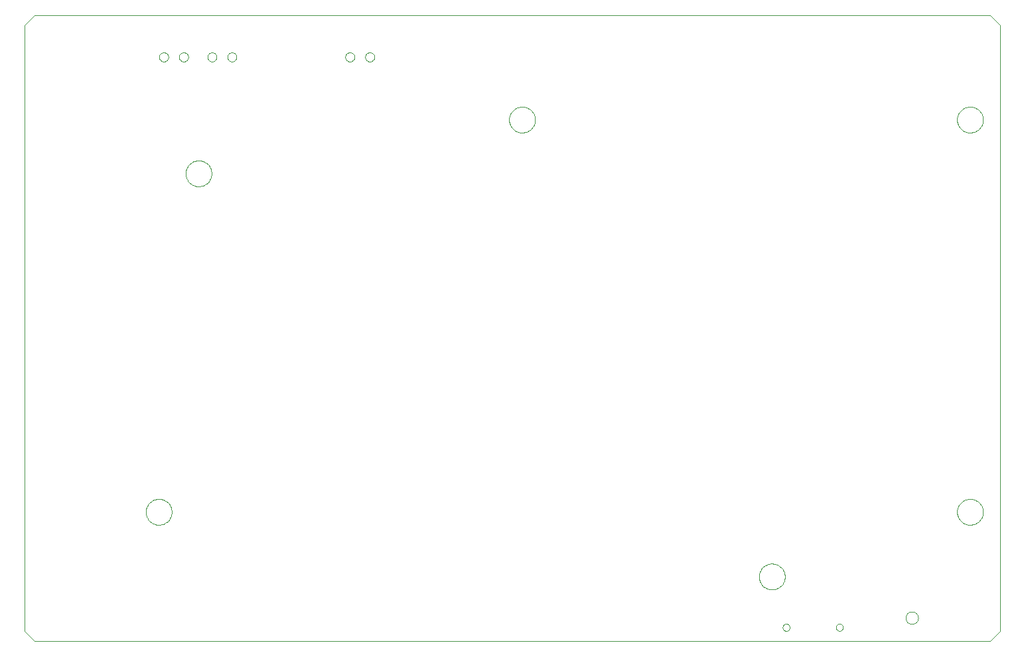
<source format=gko>
G75*
%MOIN*%
%OFA0B0*%
%FSLAX24Y24*%
%IPPOS*%
%LPD*%
%AMOC8*
5,1,8,0,0,1.08239X$1,22.5*
%
%ADD10C,0.0000*%
D10*
X007193Y006495D02*
X007693Y005995D01*
X055693Y005995D01*
X056193Y006495D01*
X056193Y036945D01*
X055693Y037445D01*
X007693Y037445D01*
X007193Y036945D01*
X007193Y006495D01*
X013293Y012495D02*
X013295Y012545D01*
X013301Y012595D01*
X013311Y012645D01*
X013324Y012693D01*
X013341Y012741D01*
X013362Y012787D01*
X013386Y012831D01*
X013414Y012873D01*
X013445Y012913D01*
X013479Y012950D01*
X013516Y012985D01*
X013555Y013016D01*
X013596Y013045D01*
X013640Y013070D01*
X013686Y013092D01*
X013733Y013110D01*
X013781Y013124D01*
X013830Y013135D01*
X013880Y013142D01*
X013930Y013145D01*
X013981Y013144D01*
X014031Y013139D01*
X014081Y013130D01*
X014129Y013118D01*
X014177Y013101D01*
X014223Y013081D01*
X014268Y013058D01*
X014311Y013031D01*
X014351Y013001D01*
X014389Y012968D01*
X014424Y012932D01*
X014457Y012893D01*
X014486Y012852D01*
X014512Y012809D01*
X014535Y012764D01*
X014554Y012717D01*
X014569Y012669D01*
X014581Y012620D01*
X014589Y012570D01*
X014593Y012520D01*
X014593Y012470D01*
X014589Y012420D01*
X014581Y012370D01*
X014569Y012321D01*
X014554Y012273D01*
X014535Y012226D01*
X014512Y012181D01*
X014486Y012138D01*
X014457Y012097D01*
X014424Y012058D01*
X014389Y012022D01*
X014351Y011989D01*
X014311Y011959D01*
X014268Y011932D01*
X014223Y011909D01*
X014177Y011889D01*
X014129Y011872D01*
X014081Y011860D01*
X014031Y011851D01*
X013981Y011846D01*
X013930Y011845D01*
X013880Y011848D01*
X013830Y011855D01*
X013781Y011866D01*
X013733Y011880D01*
X013686Y011898D01*
X013640Y011920D01*
X013596Y011945D01*
X013555Y011974D01*
X013516Y012005D01*
X013479Y012040D01*
X013445Y012077D01*
X013414Y012117D01*
X013386Y012159D01*
X013362Y012203D01*
X013341Y012249D01*
X013324Y012297D01*
X013311Y012345D01*
X013301Y012395D01*
X013295Y012445D01*
X013293Y012495D01*
X015293Y029495D02*
X015295Y029545D01*
X015301Y029595D01*
X015311Y029645D01*
X015324Y029693D01*
X015341Y029741D01*
X015362Y029787D01*
X015386Y029831D01*
X015414Y029873D01*
X015445Y029913D01*
X015479Y029950D01*
X015516Y029985D01*
X015555Y030016D01*
X015596Y030045D01*
X015640Y030070D01*
X015686Y030092D01*
X015733Y030110D01*
X015781Y030124D01*
X015830Y030135D01*
X015880Y030142D01*
X015930Y030145D01*
X015981Y030144D01*
X016031Y030139D01*
X016081Y030130D01*
X016129Y030118D01*
X016177Y030101D01*
X016223Y030081D01*
X016268Y030058D01*
X016311Y030031D01*
X016351Y030001D01*
X016389Y029968D01*
X016424Y029932D01*
X016457Y029893D01*
X016486Y029852D01*
X016512Y029809D01*
X016535Y029764D01*
X016554Y029717D01*
X016569Y029669D01*
X016581Y029620D01*
X016589Y029570D01*
X016593Y029520D01*
X016593Y029470D01*
X016589Y029420D01*
X016581Y029370D01*
X016569Y029321D01*
X016554Y029273D01*
X016535Y029226D01*
X016512Y029181D01*
X016486Y029138D01*
X016457Y029097D01*
X016424Y029058D01*
X016389Y029022D01*
X016351Y028989D01*
X016311Y028959D01*
X016268Y028932D01*
X016223Y028909D01*
X016177Y028889D01*
X016129Y028872D01*
X016081Y028860D01*
X016031Y028851D01*
X015981Y028846D01*
X015930Y028845D01*
X015880Y028848D01*
X015830Y028855D01*
X015781Y028866D01*
X015733Y028880D01*
X015686Y028898D01*
X015640Y028920D01*
X015596Y028945D01*
X015555Y028974D01*
X015516Y029005D01*
X015479Y029040D01*
X015445Y029077D01*
X015414Y029117D01*
X015386Y029159D01*
X015362Y029203D01*
X015341Y029249D01*
X015324Y029297D01*
X015311Y029345D01*
X015301Y029395D01*
X015295Y029445D01*
X015293Y029495D01*
X014963Y035345D02*
X014965Y035375D01*
X014971Y035405D01*
X014981Y035433D01*
X014994Y035460D01*
X015011Y035485D01*
X015030Y035508D01*
X015053Y035527D01*
X015078Y035544D01*
X015105Y035557D01*
X015133Y035567D01*
X015163Y035573D01*
X015193Y035575D01*
X015223Y035573D01*
X015253Y035567D01*
X015281Y035557D01*
X015308Y035544D01*
X015333Y035527D01*
X015356Y035508D01*
X015375Y035485D01*
X015392Y035460D01*
X015405Y035433D01*
X015415Y035405D01*
X015421Y035375D01*
X015423Y035345D01*
X015421Y035315D01*
X015415Y035285D01*
X015405Y035257D01*
X015392Y035230D01*
X015375Y035205D01*
X015356Y035182D01*
X015333Y035163D01*
X015308Y035146D01*
X015281Y035133D01*
X015253Y035123D01*
X015223Y035117D01*
X015193Y035115D01*
X015163Y035117D01*
X015133Y035123D01*
X015105Y035133D01*
X015078Y035146D01*
X015053Y035163D01*
X015030Y035182D01*
X015011Y035205D01*
X014994Y035230D01*
X014981Y035257D01*
X014971Y035285D01*
X014965Y035315D01*
X014963Y035345D01*
X013963Y035345D02*
X013965Y035375D01*
X013971Y035405D01*
X013981Y035433D01*
X013994Y035460D01*
X014011Y035485D01*
X014030Y035508D01*
X014053Y035527D01*
X014078Y035544D01*
X014105Y035557D01*
X014133Y035567D01*
X014163Y035573D01*
X014193Y035575D01*
X014223Y035573D01*
X014253Y035567D01*
X014281Y035557D01*
X014308Y035544D01*
X014333Y035527D01*
X014356Y035508D01*
X014375Y035485D01*
X014392Y035460D01*
X014405Y035433D01*
X014415Y035405D01*
X014421Y035375D01*
X014423Y035345D01*
X014421Y035315D01*
X014415Y035285D01*
X014405Y035257D01*
X014392Y035230D01*
X014375Y035205D01*
X014356Y035182D01*
X014333Y035163D01*
X014308Y035146D01*
X014281Y035133D01*
X014253Y035123D01*
X014223Y035117D01*
X014193Y035115D01*
X014163Y035117D01*
X014133Y035123D01*
X014105Y035133D01*
X014078Y035146D01*
X014053Y035163D01*
X014030Y035182D01*
X014011Y035205D01*
X013994Y035230D01*
X013981Y035257D01*
X013971Y035285D01*
X013965Y035315D01*
X013963Y035345D01*
X016388Y035345D02*
X016390Y035375D01*
X016396Y035405D01*
X016406Y035433D01*
X016419Y035460D01*
X016436Y035485D01*
X016455Y035508D01*
X016478Y035527D01*
X016503Y035544D01*
X016530Y035557D01*
X016558Y035567D01*
X016588Y035573D01*
X016618Y035575D01*
X016648Y035573D01*
X016678Y035567D01*
X016706Y035557D01*
X016733Y035544D01*
X016758Y035527D01*
X016781Y035508D01*
X016800Y035485D01*
X016817Y035460D01*
X016830Y035433D01*
X016840Y035405D01*
X016846Y035375D01*
X016848Y035345D01*
X016846Y035315D01*
X016840Y035285D01*
X016830Y035257D01*
X016817Y035230D01*
X016800Y035205D01*
X016781Y035182D01*
X016758Y035163D01*
X016733Y035146D01*
X016706Y035133D01*
X016678Y035123D01*
X016648Y035117D01*
X016618Y035115D01*
X016588Y035117D01*
X016558Y035123D01*
X016530Y035133D01*
X016503Y035146D01*
X016478Y035163D01*
X016455Y035182D01*
X016436Y035205D01*
X016419Y035230D01*
X016406Y035257D01*
X016396Y035285D01*
X016390Y035315D01*
X016388Y035345D01*
X017388Y035345D02*
X017390Y035375D01*
X017396Y035405D01*
X017406Y035433D01*
X017419Y035460D01*
X017436Y035485D01*
X017455Y035508D01*
X017478Y035527D01*
X017503Y035544D01*
X017530Y035557D01*
X017558Y035567D01*
X017588Y035573D01*
X017618Y035575D01*
X017648Y035573D01*
X017678Y035567D01*
X017706Y035557D01*
X017733Y035544D01*
X017758Y035527D01*
X017781Y035508D01*
X017800Y035485D01*
X017817Y035460D01*
X017830Y035433D01*
X017840Y035405D01*
X017846Y035375D01*
X017848Y035345D01*
X017846Y035315D01*
X017840Y035285D01*
X017830Y035257D01*
X017817Y035230D01*
X017800Y035205D01*
X017781Y035182D01*
X017758Y035163D01*
X017733Y035146D01*
X017706Y035133D01*
X017678Y035123D01*
X017648Y035117D01*
X017618Y035115D01*
X017588Y035117D01*
X017558Y035123D01*
X017530Y035133D01*
X017503Y035146D01*
X017478Y035163D01*
X017455Y035182D01*
X017436Y035205D01*
X017419Y035230D01*
X017406Y035257D01*
X017396Y035285D01*
X017390Y035315D01*
X017388Y035345D01*
X023313Y035345D02*
X023315Y035375D01*
X023321Y035405D01*
X023331Y035433D01*
X023344Y035460D01*
X023361Y035485D01*
X023380Y035508D01*
X023403Y035527D01*
X023428Y035544D01*
X023455Y035557D01*
X023483Y035567D01*
X023513Y035573D01*
X023543Y035575D01*
X023573Y035573D01*
X023603Y035567D01*
X023631Y035557D01*
X023658Y035544D01*
X023683Y035527D01*
X023706Y035508D01*
X023725Y035485D01*
X023742Y035460D01*
X023755Y035433D01*
X023765Y035405D01*
X023771Y035375D01*
X023773Y035345D01*
X023771Y035315D01*
X023765Y035285D01*
X023755Y035257D01*
X023742Y035230D01*
X023725Y035205D01*
X023706Y035182D01*
X023683Y035163D01*
X023658Y035146D01*
X023631Y035133D01*
X023603Y035123D01*
X023573Y035117D01*
X023543Y035115D01*
X023513Y035117D01*
X023483Y035123D01*
X023455Y035133D01*
X023428Y035146D01*
X023403Y035163D01*
X023380Y035182D01*
X023361Y035205D01*
X023344Y035230D01*
X023331Y035257D01*
X023321Y035285D01*
X023315Y035315D01*
X023313Y035345D01*
X024313Y035345D02*
X024315Y035375D01*
X024321Y035405D01*
X024331Y035433D01*
X024344Y035460D01*
X024361Y035485D01*
X024380Y035508D01*
X024403Y035527D01*
X024428Y035544D01*
X024455Y035557D01*
X024483Y035567D01*
X024513Y035573D01*
X024543Y035575D01*
X024573Y035573D01*
X024603Y035567D01*
X024631Y035557D01*
X024658Y035544D01*
X024683Y035527D01*
X024706Y035508D01*
X024725Y035485D01*
X024742Y035460D01*
X024755Y035433D01*
X024765Y035405D01*
X024771Y035375D01*
X024773Y035345D01*
X024771Y035315D01*
X024765Y035285D01*
X024755Y035257D01*
X024742Y035230D01*
X024725Y035205D01*
X024706Y035182D01*
X024683Y035163D01*
X024658Y035146D01*
X024631Y035133D01*
X024603Y035123D01*
X024573Y035117D01*
X024543Y035115D01*
X024513Y035117D01*
X024483Y035123D01*
X024455Y035133D01*
X024428Y035146D01*
X024403Y035163D01*
X024380Y035182D01*
X024361Y035205D01*
X024344Y035230D01*
X024331Y035257D01*
X024321Y035285D01*
X024315Y035315D01*
X024313Y035345D01*
X031543Y032195D02*
X031545Y032245D01*
X031551Y032295D01*
X031561Y032345D01*
X031574Y032393D01*
X031591Y032441D01*
X031612Y032487D01*
X031636Y032531D01*
X031664Y032573D01*
X031695Y032613D01*
X031729Y032650D01*
X031766Y032685D01*
X031805Y032716D01*
X031846Y032745D01*
X031890Y032770D01*
X031936Y032792D01*
X031983Y032810D01*
X032031Y032824D01*
X032080Y032835D01*
X032130Y032842D01*
X032180Y032845D01*
X032231Y032844D01*
X032281Y032839D01*
X032331Y032830D01*
X032379Y032818D01*
X032427Y032801D01*
X032473Y032781D01*
X032518Y032758D01*
X032561Y032731D01*
X032601Y032701D01*
X032639Y032668D01*
X032674Y032632D01*
X032707Y032593D01*
X032736Y032552D01*
X032762Y032509D01*
X032785Y032464D01*
X032804Y032417D01*
X032819Y032369D01*
X032831Y032320D01*
X032839Y032270D01*
X032843Y032220D01*
X032843Y032170D01*
X032839Y032120D01*
X032831Y032070D01*
X032819Y032021D01*
X032804Y031973D01*
X032785Y031926D01*
X032762Y031881D01*
X032736Y031838D01*
X032707Y031797D01*
X032674Y031758D01*
X032639Y031722D01*
X032601Y031689D01*
X032561Y031659D01*
X032518Y031632D01*
X032473Y031609D01*
X032427Y031589D01*
X032379Y031572D01*
X032331Y031560D01*
X032281Y031551D01*
X032231Y031546D01*
X032180Y031545D01*
X032130Y031548D01*
X032080Y031555D01*
X032031Y031566D01*
X031983Y031580D01*
X031936Y031598D01*
X031890Y031620D01*
X031846Y031645D01*
X031805Y031674D01*
X031766Y031705D01*
X031729Y031740D01*
X031695Y031777D01*
X031664Y031817D01*
X031636Y031859D01*
X031612Y031903D01*
X031591Y031949D01*
X031574Y031997D01*
X031561Y032045D01*
X031551Y032095D01*
X031545Y032145D01*
X031543Y032195D01*
X054043Y032195D02*
X054045Y032245D01*
X054051Y032295D01*
X054061Y032345D01*
X054074Y032393D01*
X054091Y032441D01*
X054112Y032487D01*
X054136Y032531D01*
X054164Y032573D01*
X054195Y032613D01*
X054229Y032650D01*
X054266Y032685D01*
X054305Y032716D01*
X054346Y032745D01*
X054390Y032770D01*
X054436Y032792D01*
X054483Y032810D01*
X054531Y032824D01*
X054580Y032835D01*
X054630Y032842D01*
X054680Y032845D01*
X054731Y032844D01*
X054781Y032839D01*
X054831Y032830D01*
X054879Y032818D01*
X054927Y032801D01*
X054973Y032781D01*
X055018Y032758D01*
X055061Y032731D01*
X055101Y032701D01*
X055139Y032668D01*
X055174Y032632D01*
X055207Y032593D01*
X055236Y032552D01*
X055262Y032509D01*
X055285Y032464D01*
X055304Y032417D01*
X055319Y032369D01*
X055331Y032320D01*
X055339Y032270D01*
X055343Y032220D01*
X055343Y032170D01*
X055339Y032120D01*
X055331Y032070D01*
X055319Y032021D01*
X055304Y031973D01*
X055285Y031926D01*
X055262Y031881D01*
X055236Y031838D01*
X055207Y031797D01*
X055174Y031758D01*
X055139Y031722D01*
X055101Y031689D01*
X055061Y031659D01*
X055018Y031632D01*
X054973Y031609D01*
X054927Y031589D01*
X054879Y031572D01*
X054831Y031560D01*
X054781Y031551D01*
X054731Y031546D01*
X054680Y031545D01*
X054630Y031548D01*
X054580Y031555D01*
X054531Y031566D01*
X054483Y031580D01*
X054436Y031598D01*
X054390Y031620D01*
X054346Y031645D01*
X054305Y031674D01*
X054266Y031705D01*
X054229Y031740D01*
X054195Y031777D01*
X054164Y031817D01*
X054136Y031859D01*
X054112Y031903D01*
X054091Y031949D01*
X054074Y031997D01*
X054061Y032045D01*
X054051Y032095D01*
X054045Y032145D01*
X054043Y032195D01*
X054043Y012495D02*
X054045Y012545D01*
X054051Y012595D01*
X054061Y012645D01*
X054074Y012693D01*
X054091Y012741D01*
X054112Y012787D01*
X054136Y012831D01*
X054164Y012873D01*
X054195Y012913D01*
X054229Y012950D01*
X054266Y012985D01*
X054305Y013016D01*
X054346Y013045D01*
X054390Y013070D01*
X054436Y013092D01*
X054483Y013110D01*
X054531Y013124D01*
X054580Y013135D01*
X054630Y013142D01*
X054680Y013145D01*
X054731Y013144D01*
X054781Y013139D01*
X054831Y013130D01*
X054879Y013118D01*
X054927Y013101D01*
X054973Y013081D01*
X055018Y013058D01*
X055061Y013031D01*
X055101Y013001D01*
X055139Y012968D01*
X055174Y012932D01*
X055207Y012893D01*
X055236Y012852D01*
X055262Y012809D01*
X055285Y012764D01*
X055304Y012717D01*
X055319Y012669D01*
X055331Y012620D01*
X055339Y012570D01*
X055343Y012520D01*
X055343Y012470D01*
X055339Y012420D01*
X055331Y012370D01*
X055319Y012321D01*
X055304Y012273D01*
X055285Y012226D01*
X055262Y012181D01*
X055236Y012138D01*
X055207Y012097D01*
X055174Y012058D01*
X055139Y012022D01*
X055101Y011989D01*
X055061Y011959D01*
X055018Y011932D01*
X054973Y011909D01*
X054927Y011889D01*
X054879Y011872D01*
X054831Y011860D01*
X054781Y011851D01*
X054731Y011846D01*
X054680Y011845D01*
X054630Y011848D01*
X054580Y011855D01*
X054531Y011866D01*
X054483Y011880D01*
X054436Y011898D01*
X054390Y011920D01*
X054346Y011945D01*
X054305Y011974D01*
X054266Y012005D01*
X054229Y012040D01*
X054195Y012077D01*
X054164Y012117D01*
X054136Y012159D01*
X054112Y012203D01*
X054091Y012249D01*
X054074Y012297D01*
X054061Y012345D01*
X054051Y012395D01*
X054045Y012445D01*
X054043Y012495D01*
X051455Y007176D02*
X051457Y007211D01*
X051463Y007246D01*
X051473Y007280D01*
X051486Y007313D01*
X051503Y007344D01*
X051524Y007372D01*
X051547Y007399D01*
X051574Y007422D01*
X051602Y007443D01*
X051633Y007460D01*
X051666Y007473D01*
X051700Y007483D01*
X051735Y007489D01*
X051770Y007491D01*
X051805Y007489D01*
X051840Y007483D01*
X051874Y007473D01*
X051907Y007460D01*
X051938Y007443D01*
X051966Y007422D01*
X051993Y007399D01*
X052016Y007372D01*
X052037Y007344D01*
X052054Y007313D01*
X052067Y007280D01*
X052077Y007246D01*
X052083Y007211D01*
X052085Y007176D01*
X052083Y007141D01*
X052077Y007106D01*
X052067Y007072D01*
X052054Y007039D01*
X052037Y007008D01*
X052016Y006980D01*
X051993Y006953D01*
X051966Y006930D01*
X051938Y006909D01*
X051907Y006892D01*
X051874Y006879D01*
X051840Y006869D01*
X051805Y006863D01*
X051770Y006861D01*
X051735Y006863D01*
X051700Y006869D01*
X051666Y006879D01*
X051633Y006892D01*
X051602Y006909D01*
X051574Y006930D01*
X051547Y006953D01*
X051524Y006980D01*
X051503Y007008D01*
X051486Y007039D01*
X051473Y007072D01*
X051463Y007106D01*
X051457Y007141D01*
X051455Y007176D01*
X047955Y006695D02*
X047957Y006721D01*
X047963Y006747D01*
X047973Y006772D01*
X047986Y006795D01*
X048002Y006815D01*
X048022Y006833D01*
X048044Y006848D01*
X048067Y006860D01*
X048093Y006868D01*
X048119Y006872D01*
X048145Y006872D01*
X048171Y006868D01*
X048197Y006860D01*
X048221Y006848D01*
X048242Y006833D01*
X048262Y006815D01*
X048278Y006795D01*
X048291Y006772D01*
X048301Y006747D01*
X048307Y006721D01*
X048309Y006695D01*
X048307Y006669D01*
X048301Y006643D01*
X048291Y006618D01*
X048278Y006595D01*
X048262Y006575D01*
X048242Y006557D01*
X048220Y006542D01*
X048197Y006530D01*
X048171Y006522D01*
X048145Y006518D01*
X048119Y006518D01*
X048093Y006522D01*
X048067Y006530D01*
X048043Y006542D01*
X048022Y006557D01*
X048002Y006575D01*
X047986Y006595D01*
X047973Y006618D01*
X047963Y006643D01*
X047957Y006669D01*
X047955Y006695D01*
X045278Y006695D02*
X045280Y006721D01*
X045286Y006747D01*
X045296Y006772D01*
X045309Y006795D01*
X045325Y006815D01*
X045345Y006833D01*
X045367Y006848D01*
X045390Y006860D01*
X045416Y006868D01*
X045442Y006872D01*
X045468Y006872D01*
X045494Y006868D01*
X045520Y006860D01*
X045544Y006848D01*
X045565Y006833D01*
X045585Y006815D01*
X045601Y006795D01*
X045614Y006772D01*
X045624Y006747D01*
X045630Y006721D01*
X045632Y006695D01*
X045630Y006669D01*
X045624Y006643D01*
X045614Y006618D01*
X045601Y006595D01*
X045585Y006575D01*
X045565Y006557D01*
X045543Y006542D01*
X045520Y006530D01*
X045494Y006522D01*
X045468Y006518D01*
X045442Y006518D01*
X045416Y006522D01*
X045390Y006530D01*
X045366Y006542D01*
X045345Y006557D01*
X045325Y006575D01*
X045309Y006595D01*
X045296Y006618D01*
X045286Y006643D01*
X045280Y006669D01*
X045278Y006695D01*
X044093Y009245D02*
X044095Y009295D01*
X044101Y009345D01*
X044111Y009395D01*
X044124Y009443D01*
X044141Y009491D01*
X044162Y009537D01*
X044186Y009581D01*
X044214Y009623D01*
X044245Y009663D01*
X044279Y009700D01*
X044316Y009735D01*
X044355Y009766D01*
X044396Y009795D01*
X044440Y009820D01*
X044486Y009842D01*
X044533Y009860D01*
X044581Y009874D01*
X044630Y009885D01*
X044680Y009892D01*
X044730Y009895D01*
X044781Y009894D01*
X044831Y009889D01*
X044881Y009880D01*
X044929Y009868D01*
X044977Y009851D01*
X045023Y009831D01*
X045068Y009808D01*
X045111Y009781D01*
X045151Y009751D01*
X045189Y009718D01*
X045224Y009682D01*
X045257Y009643D01*
X045286Y009602D01*
X045312Y009559D01*
X045335Y009514D01*
X045354Y009467D01*
X045369Y009419D01*
X045381Y009370D01*
X045389Y009320D01*
X045393Y009270D01*
X045393Y009220D01*
X045389Y009170D01*
X045381Y009120D01*
X045369Y009071D01*
X045354Y009023D01*
X045335Y008976D01*
X045312Y008931D01*
X045286Y008888D01*
X045257Y008847D01*
X045224Y008808D01*
X045189Y008772D01*
X045151Y008739D01*
X045111Y008709D01*
X045068Y008682D01*
X045023Y008659D01*
X044977Y008639D01*
X044929Y008622D01*
X044881Y008610D01*
X044831Y008601D01*
X044781Y008596D01*
X044730Y008595D01*
X044680Y008598D01*
X044630Y008605D01*
X044581Y008616D01*
X044533Y008630D01*
X044486Y008648D01*
X044440Y008670D01*
X044396Y008695D01*
X044355Y008724D01*
X044316Y008755D01*
X044279Y008790D01*
X044245Y008827D01*
X044214Y008867D01*
X044186Y008909D01*
X044162Y008953D01*
X044141Y008999D01*
X044124Y009047D01*
X044111Y009095D01*
X044101Y009145D01*
X044095Y009195D01*
X044093Y009245D01*
M02*

</source>
